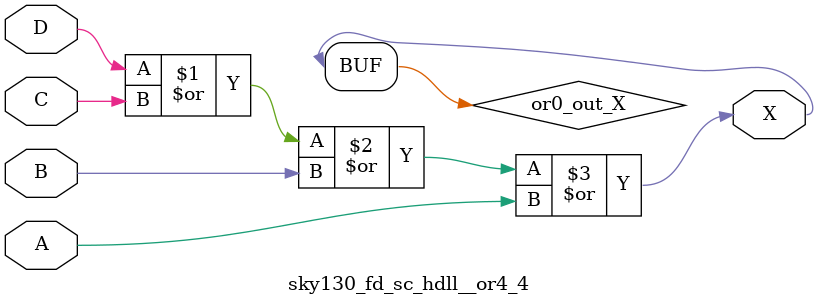
<source format=v>
/*
 * Copyright 2020 The SkyWater PDK Authors
 *
 * Licensed under the Apache License, Version 2.0 (the "License");
 * you may not use this file except in compliance with the License.
 * You may obtain a copy of the License at
 *
 *     https://www.apache.org/licenses/LICENSE-2.0
 *
 * Unless required by applicable law or agreed to in writing, software
 * distributed under the License is distributed on an "AS IS" BASIS,
 * WITHOUT WARRANTIES OR CONDITIONS OF ANY KIND, either express or implied.
 * See the License for the specific language governing permissions and
 * limitations under the License.
 *
 * SPDX-License-Identifier: Apache-2.0
*/


`ifndef SKY130_FD_SC_HDLL__OR4_4_FUNCTIONAL_V
`define SKY130_FD_SC_HDLL__OR4_4_FUNCTIONAL_V

/**
 * or4: 4-input OR.
 *
 * Verilog simulation functional model.
 */

`timescale 1ns / 1ps
`default_nettype none

`celldefine
module sky130_fd_sc_hdll__or4_4 (
    X,
    A,
    B,
    C,
    D
);

    // Module ports
    output X;
    input  A;
    input  B;
    input  C;
    input  D;

    // Local signals
    wire or0_out_X;

    //  Name  Output     Other arguments
    or  or0  (or0_out_X, D, C, B, A     );
    buf buf0 (X        , or0_out_X      );

endmodule
`endcelldefine

`default_nettype wire
`endif  // SKY130_FD_SC_HDLL__OR4_4_FUNCTIONAL_V

</source>
